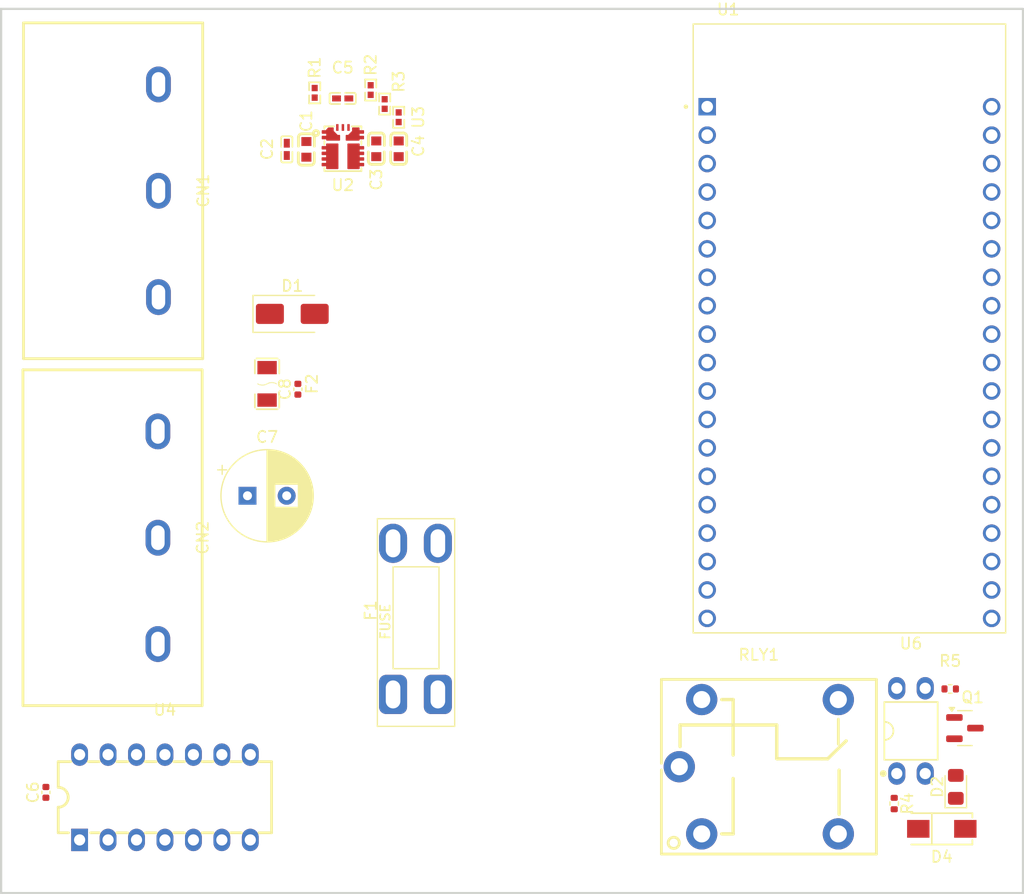
<source format=kicad_pcb>
(kicad_pcb (version 20240108) (generator "pcbnew") (generator_version "8.0")
  (layers (0 "F.Cu" signal) (31 "B.Cu" signal) (34 "B.Paste" user) (35 "F.Paste" user) (36 "B.SilkS" user "B.Silkscreen") (37 "F.SilkS" user "F.Silkscreen") (38 "B.Mask" user) (39 "F.Mask" user) (44 "Edge.Cuts" user))
  (net 0 "")
  (net 22 "GPIO_34")
  (net 35 "+12V")
  (net 36 "GND")
  (net 37 "Net-(C3-Pad1)")
  (net 38 "+5V")
  (net 39 "Net-(U2-FB)")
  (net 40 "Net-(U2-EN)")
  (net 41 "vOut")
  (net 45 "LED_DATA_IN_2")
  (net 46 "LED_DATA_OUT_2")
  (net 47 "LED_DATA_IN_1")
  (net 48 "LED_DATA_OUT_1")
  (net 50 "Net-(CN2-Pad1)")
  (net 51 "Net-(D1-K)")
  (net 52 "Net-(D2-A)")
  (net 53 "Net-(D4-A)")
  (net 54 "Net-(Q1-B)")
  (net 55 "Net-(U6-AN)")
  (net 56 "Net-(U6-EM)")
  (net 58 "LED_PWR")
  (footprint "easyeda2kicad:SMA_L4.3-W2.5-LS5.0-RD" (layer "F.Cu") (at 139 121.76)
    (property "Reference" "D4" (at 0 2.5 0) (layer "F.SilkS"))
    (property "Value" "1N4007")
    (pad "1" smd rect (at -2.1 0 180) (size 2 1.59) (layers "F.Cu" "F.Paste" "F.Mask") (net 38 "+5V"))
    (pad "2" smd rect (at 2.1 0 180) (size 2 1.59) (layers "F.Cu" "F.Paste" "F.Mask") (net 53 "Net-(D4-A)"))
  )
  (footprint "easyeda2kicad:RELAY-TH_SRD-XXVDC-XL-C" (layer "F.Cu") (at 122.66 116.21)
    (property "Reference" "RLY1" (at 0 -10 0) (layer "F.SilkS"))
    (property "Value" "SRD-05VDC-SL-C")
    (pad "1" thru_hole circle (at -5.1 6 180) (size 2.79 2.79) (drill 1.524) (layers "*.Cu" "*.Mask") (net 38 "+5V"))
    (pad "2" thru_hole circle (at 7.1 6 180) (size 2.79 2.79) (drill 1.524) (layers "*.Cu" "*.Mask") (net 53 "Net-(D4-A)"))
    (pad "3" thru_hole circle (at 7.1 -6 180) (size 2.79 2.79) (drill 1.524) (layers "*.Cu" "*.Mask") (net 35 "+12V"))
    (pad "4" thru_hole circle (at -5.1 -6 180) (size 2.79 2.79) (drill 1.524) (layers "*.Cu" "*.Mask"))
    (pad "5" thru_hole circle (at -7.1 0 180) (size 2.79 2.79) (drill 1.524) (layers "*.Cu" "*.Mask") (net 58 "LED_PWR"))
  )
  (footprint "Package_TO_SOT_SMD:SOT-23" (layer "F.Cu") (at 141.0625 112.76)
    (property "Reference" "Q1" (at 0.6875 -2.75 0) (layer "F.SilkS"))
    (property "Value" "SS8050")
    (pad "1" smd roundrect (at -0.9375 -0.95) (size 1.475 0.6) (layers "F.Cu" "F.Paste" "F.Mask") (net 54 "Net-(Q1-B)"))
    (pad "2" smd roundrect (at -0.9375 0.95) (size 1.475 0.6) (layers "F.Cu" "F.Paste" "F.Mask") (net 36 "GND"))
    (pad "3" smd roundrect (at 0.9375 0) (size 1.475 0.6) (layers "F.Cu" "F.Paste" "F.Mask") (net 53 "Net-(D4-A)"))
  )
  (footprint "easyeda2kicad:F1206" (layer "F.Cu") (at 78.75 82 -90)
    (property "Reference" "F2" (at 0 -4 90) (layer "F.SilkS"))
    (property "Value" "500mA")
    (pad "1" smd rect (at -1.45 0 270) (size 1.19 1.73) (layers "F.Cu" "F.Paste" "F.Mask") (net 51 "Net-(D1-K)"))
    (pad "2" smd rect (at 1.45 0 270) (size 1.19 1.73) (layers "F.Cu" "F.Paste" "F.Mask") (net 35 "+12V"))
  )
  (footprint "Resistor_SMD:R_0402_1005Metric" (layer "F.Cu") (at 139.75 109.26 180)
    (property "Reference" "R5" (at 0 2.5 360) (layer "F.SilkS"))
    (property "Value" "1K")
    (pad "1" smd roundrect (at -0.51 0 180) (size 0.54 0.64) (layers "F.Cu" "F.Paste" "F.Mask") (net 54 "Net-(Q1-B)"))
    (pad "2" smd roundrect (at 0.51 0 180) (size 0.54 0.64) (layers "F.Cu" "F.Paste" "F.Mask") (net 56 "Net-(U6-EM)"))
  )
  (footprint "easyeda2kicad:DIP-4_L4.6-W6.5-P2.54-LS7.6-BL" (layer "F.Cu") (at 136.25 113.01)
    (property "Reference" "U6" (at 0 -7.81 0) (layer "F.SilkS"))
    (property "Value" "PC817C_C3025068")
    (pad "1" thru_hole oval (at -1.27 3.81) (size 1.52 2) (drill 0.999998) (layers "*.Cu" "*.Mask") (net 55 "Net-(U6-AN)"))
    (pad "2" thru_hole oval (at 1.27 3.81) (size 1.52 2) (drill 0.999998) (layers "*.Cu" "*.Mask") (net 52 "Net-(D2-A)"))
    (pad "3" thru_hole oval (at 1.27 -3.81) (size 1.52 2) (drill 0.999998) (layers "*.Cu" "*.Mask") (net 56 "Net-(U6-EM)"))
    (pad "4" thru_hole oval (at -1.27 -3.81) (size 1.52 2) (drill 0.999998) (layers "*.Cu" "*.Mask") (net 38 "+5V"))
  )
  (footprint "easyeda2kicad:R0402" (layer "F.Cu") (at 90.5 58.18 -90)
    (property "Reference" "U3" (at 0 -1.75 90) (layer "F.SilkS"))
    (property "Value" "220k")
    (pad "1" smd rect (at -0.43 0 270) (size 0.57 0.54) (layers "F.Cu" "F.Paste" "F.Mask") (net 39 "Net-(U2-FB)"))
    (pad "2" smd rect (at 0.43 0 270) (size 0.57 0.54) (layers "F.Cu" "F.Paste" "F.Mask") (net 37 "Net-(C3-Pad1)"))
  )
  (footprint "easyeda2kicad:PDIP-14_L19.3-W6.4-P2.54-LS7.6-BL" (layer "F.Cu") (at 69.63 118.94)
    (property "Reference" "U4" (at 0 -7.81 0) (layer "F.SilkS"))
    (property "Value" "SN74AHCT125N")
    (pad "1" thru_hole rect (at -7.62 3.81) (size 1.5 2) (drill 0.999998) (layers "*.Cu" "*.Mask") (net 36 "GND"))
    (pad "2" thru_hole oval (at -5.08 3.81) (size 1.5 2) (drill 0.999998) (layers "*.Cu" "*.Mask") (net 47 "LED_DATA_IN_1"))
    (pad "3" thru_hole oval (at -2.54 3.81) (size 1.5 2) (drill 0.999998) (layers "*.Cu" "*.Mask") (net 48 "LED_DATA_OUT_1"))
    (pad "4" thru_hole oval (at 0 3.81) (size 1.5 2) (drill 0.999998) (layers "*.Cu" "*.Mask") (net 36 "GND"))
    (pad "5" thru_hole oval (at 2.54 3.81) (size 1.5 2) (drill 0.999998) (layers "*.Cu" "*.Mask") (net 45 "LED_DATA_IN_2"))
    (pad "6" thru_hole oval (at 5.08 3.81) (size 1.5 2) (drill 0.999998) (layers "*.Cu" "*.Mask") (net 46 "LED_DATA_OUT_2"))
    (pad "7" thru_hole oval (at 7.62 3.81) (size 1.5 2) (drill 0.999998) (layers "*.Cu" "*.Mask") (net 36 "GND"))
    (pad "8" thru_hole oval (at 7.62 -3.81) (size 1.5 2) (drill 0.999998) (layers "*.Cu" "*.Mask"))
    (pad "9" thru_hole oval (at 5.08 -3.81) (size 1.5 2) (drill 0.999998) (layers "*.Cu" "*.Mask") (net 36 "GND"))
    (pad "10" thru_hole oval (at 2.54 -3.81) (size 1.5 2) (drill 0.999998) (layers "*.Cu" "*.Mask") (net 38 "+5V"))
    (pad "11" thru_hole oval (at 0 -3.81) (size 1.5 2) (drill 0.999998) (layers "*.Cu" "*.Mask"))
    (pad "12" thru_hole oval (at -2.54 -3.81) (size 1.5 2) (drill 0.999998) (layers "*.Cu" "*.Mask") (net 36 "GND"))
    (pad "13" thru_hole oval (at -5.08 -3.81) (size 1.5 2) (drill 0.999998) (layers "*.Cu" "*.Mask") (net 38 "+5V"))
    (pad "14" thru_hole oval (at -7.62 -3.81) (size 1.5 2) (drill 0.999998) (layers "*.Cu" "*.Mask") (net 38 "+5V"))
  )
  (footprint "easyeda2kicad:C0603" (layer "F.Cu") (at 82.26 61.05 90)
    (property "Reference" "C1" (at 2.52 -0.01 90) (layer "F.SilkS"))
    (property "Value" "10uF")
    (pad "1" smd rect (at -0.7 0 90) (size 0.8 0.9) (layers "F.Cu" "F.Paste" "F.Mask") (net 36 "GND"))
    (pad "2" smd rect (at 0.7 0 90) (size 0.8 0.9) (layers "F.Cu" "F.Paste" "F.Mask") (net 51 "Net-(D1-K)"))
  )
  (footprint "Custom_footprint:Ebay-Fuse-holder-04mmX15mm-black-auto-fuse-dingus" (layer "F.Cu") (at 90 109.75 90)
    (property "Reference" "F1" (at 7.5 -2 90) (layer "F.SilkS"))
    (property "Value" "30A Medium Fuse Holder")
    (fp_text user "FUSE" (at 4.8 -0.2 90) (layer "F.SilkS") (effects (font (size 0.85 0.85)) (justify left bottom)))
    (pad "1" thru_hole roundrect (at 0 0 90) (size 3.5 2.5) (drill oval 2.5 1.3) (layers "*.Cu" "*.Mask") (net 50 "Net-(CN2-Pad1)"))
    (pad "1" thru_hole roundrect (at 0 4 90) (size 3.5 2.5) (drill oval 2.5 1.3) (layers "*.Cu" "*.Mask") (net 50 "Net-(CN2-Pad1)"))
    (pad "2" thru_hole oval (at 13.5 0 90) (size 3.5 2.5) (drill oval 2.5 1.3) (layers "*.Cu" "*.Mask") (net 35 "+12V"))
    (pad "2" thru_hole oval (at 13.5 4 90) (size 3.5 2.5) (drill oval 2.5 1.3) (layers "*.Cu" "*.Mask") (net 35 "+12V"))
  )
  (footprint "Diode_SMD:D_SMA" (layer "F.Cu") (at 81 75.75)
    (property "Reference" "D1" (at 0 -2.5 0) (layer "F.SilkS"))
    (property "Value" "SSA34")
    (pad "1" smd roundrect (at -2 0) (size 2.5 1.8) (layers "F.Cu" "F.Paste" "F.Mask") (roundrect_rratio 0.1388888889) (net 51 "Net-(D1-K)"))
    (pad "2" smd roundrect (at 2 0) (size 2.5 1.8) (layers "F.Cu" "F.Paste" "F.Mask") (roundrect_rratio 0.1388888889) (net 36 "GND"))
  )
  (footprint "Capacitor_SMD:C_0402_1005Metric" (layer "F.Cu") (at 81.5 82.48 90)
    (property "Reference" "C8" (at 0 -1.16 90) (layer "F.SilkS"))
    (property "Value" "100nF 25v")
    (pad "1" smd roundrect (at -0.48 0 90) (size 0.56 0.62) (layers "F.Cu" "F.Paste" "F.Mask") (net 35 "+12V"))
    (pad "2" smd roundrect (at 0.48 0 90) (size 0.56 0.62) (layers "F.Cu" "F.Paste" "F.Mask") (net 36 "GND"))
  )
  (footprint "easyeda2kicad:MODULE_ESP32-DEVKITC-32D" (layer "F.Cu") (at 130.75 77)
    (property "Reference" "U1" (at -10.829175 -28.446045 0) (layer "F.SilkS") (effects (font (size 1.000386 1.000386))))
    (property "Value" "ESP32-DEVKITC-32D")
    (pad "J2-1" thru_hole rect (at -12.7 -19.76) (size 1.56 1.56) (drill 1.04) (layers "*.Cu" "*.Mask"))
    (pad "J2-2" thru_hole circle (at -12.7 -17.22) (size 1.56 1.56) (drill 1.04) (layers "*.Cu" "*.Mask"))
    (pad "J2-3" thru_hole circle (at -12.7 -14.68) (size 1.56 1.56) (drill 1.04) (layers "*.Cu" "*.Mask"))
    (pad "J2-4" thru_hole circle (at -12.7 -12.14) (size 1.56 1.56) (drill 1.04) (layers "*.Cu" "*.Mask") (net 38 "+5V"))
    (pad "J2-5" thru_hole circle (at -12.7 -9.6) (size 1.56 1.56) (drill 1.04) (layers "*.Cu" "*.Mask") (net 22 "GPIO_34"))
    (pad "J2-6" thru_hole circle (at -12.7 -7.06) (size 1.56 1.56) (drill 1.04) (layers "*.Cu" "*.Mask"))
    (pad "J2-7" thru_hole circle (at -12.7 -4.52) (size 1.56 1.56) (drill 1.04) (layers "*.Cu" "*.Mask"))
    (pad "J2-8" thru_hole circle (at -12.7 -1.98) (size 1.56 1.56) (drill 1.04) (layers "*.Cu" "*.Mask"))
    (pad "J2-9" thru_hole circle (at -12.7 0.56) (size 1.56 1.56) (drill 1.04) (layers "*.Cu" "*.Mask"))
    (pad "J2-10" thru_hole circle (at -12.7 3.1) (size 1.56 1.56) (drill 1.04) (layers "*.Cu" "*.Mask"))
    (pad "J2-11" thru_hole circle (at -12.7 5.64) (size 1.56 1.56) (drill 1.04) (layers "*.Cu" "*.Mask"))
    (pad "J2-12" thru_hole circle (at -12.7 8.18) (size 1.56 1.56) (drill 1.04) (layers "*.Cu" "*.Mask"))
    (pad "J2-13" thru_hole circle (at -12.7 10.72) (size 1.56 1.56) (drill 1.04) (layers "*.Cu" "*.Mask"))
    (pad "J2-14" thru_hole circle (at -12.7 13.26) (size 1.56 1.56) (drill 1.04) (layers "*.Cu" "*.Mask") (net 36 "GND"))
    (pad "J2-15" thru_hole circle (at -12.7 15.8) (size 1.56 1.56) (drill 1.04) (layers "*.Cu" "*.Mask"))
    (pad "J2-16" thru_hole circle (at -12.7 18.34) (size 1.56 1.56) (drill 1.04) (layers "*.Cu" "*.Mask"))
    (pad "J2-17" thru_hole circle (at -12.7 20.88) (size 1.56 1.56) (drill 1.04) (layers "*.Cu" "*.Mask"))
    (pad "J2-18" thru_hole circle (at -12.7 23.42) (size 1.56 1.56) (drill 1.04) (layers "*.Cu" "*.Mask"))
    (pad "J2-19" thru_hole circle (at -12.7 25.96) (size 1.56 1.56) (drill 1.04) (layers "*.Cu" "*.Mask"))
    (pad "J3-1" thru_hole circle (at 12.7 -19.76) (size 1.56 1.56) (drill 1.04) (layers "*.Cu" "*.Mask") (net 36 "GND"))
    (pad "J3-2" thru_hole circle (at 12.7 -17.22) (size 1.56 1.56) (drill 1.04) (layers "*.Cu" "*.Mask"))
    (pad "J3-3" thru_hole circle (at 12.7 -14.68) (size 1.56 1.56) (drill 1.04) (layers "*.Cu" "*.Mask"))
    (pad "J3-4" thru_hole circle (at 12.7 -12.14) (size 1.56 1.56) (drill 1.04) (layers "*.Cu" "*.Mask"))
    (pad "J3-5" thru_hole circle (at 12.7 -9.6) (size 1.56 1.56) (drill 1.04) (layers "*.Cu" "*.Mask"))
    (pad "J3-6" thru_hole circle (at 12.7 -7.06) (size 1.56 1.56) (drill 1.04) (layers "*.Cu" "*.Mask"))
    (pad "J3-7" thru_hole circle (at 12.7 -4.52) (size 1.56 1.56) (drill 1.04) (layers "*.Cu" "*.Mask") (net 36 "GND"))
    (pad "J3-8" thru_hole circle (at 12.7 -1.98) (size 1.56 1.56) (drill 1.04) (layers "*.Cu" "*.Mask"))
    (pad "J3-9" thru_hole circle (at 12.7 0.56) (size 1.56 1.56) (drill 1.04) (layers "*.Cu" "*.Mask"))
    (pad "J3-10" thru_hole circle (at 12.7 3.1) (size 1.56 1.56) (drill 1.04) (layers "*.Cu" "*.Mask"))
    (pad "J3-11" thru_hole circle (at 12.7 5.64) (size 1.56 1.56) (drill 1.04) (layers "*.Cu" "*.Mask"))
    (pad "J3-12" thru_hole circle (at 12.7 8.18) (size 1.56 1.56) (drill 1.04) (layers "*.Cu" "*.Mask"))
    (pad "J3-13" thru_hole circle (at 12.7 10.72) (size 1.56 1.56) (drill 1.04) (layers "*.Cu" "*.Mask"))
    (pad "J3-14" thru_hole circle (at 12.7 13.26) (size 1.56 1.56) (drill 1.04) (layers "*.Cu" "*.Mask"))
    (pad "J3-15" thru_hole circle (at 12.7 15.8) (size 1.56 1.56) (drill 1.04) (layers "*.Cu" "*.Mask"))
    (pad "J3-16" thru_hole circle (at 12.7 18.34) (size 1.56 1.56) (drill 1.04) (layers "*.Cu" "*.Mask"))
    (pad "J3-17" thru_hole circle (at 12.7 20.88) (size 1.56 1.56) (drill 1.04) (layers "*.Cu" "*.Mask"))
    (pad "J3-18" thru_hole circle (at 12.7 23.42) (size 1.56 1.56) (drill 1.04) (layers "*.Cu" "*.Mask"))
    (pad "J3-19" thru_hole circle (at 12.7 25.96) (size 1.56 1.56) (drill 1.04) (layers "*.Cu" "*.Mask"))
  )
  (footprint "easyeda2kicad:R0402" (layer "F.Cu") (at 88 55.75 90)
    (property "Reference" "R2" (at 2.25 0 90) (layer "F.SilkS"))
    (property "Value" "30k")
    (pad "1" smd rect (at -0.43 0 90) (size 0.57 0.54) (layers "F.Cu" "F.Paste" "F.Mask") (net 40 "Net-(U2-EN)"))
    (pad "2" smd rect (at 0.43 0 90) (size 0.57 0.54) (layers "F.Cu" "F.Paste" "F.Mask") (net 36 "GND"))
  )
  (footprint "easyeda2kicad:R0402" (layer "F.Cu") (at 83 56 -90)
    (property "Reference" "R1" (at -2.25 0 90) (layer "F.SilkS"))
    (property "Value" "62k")
    (pad "1" smd rect (at -0.43 0 270) (size 0.57 0.54) (layers "F.Cu" "F.Paste" "F.Mask") (net 51 "Net-(D1-K)"))
    (pad "2" smd rect (at 0.43 0 270) (size 0.57 0.54) (layers "F.Cu" "F.Paste" "F.Mask") (net 40 "Net-(U2-EN)"))
  )
  (footprint "easyeda2kicad:CONN-TH_3P-P9.50_HB9500-9.5-3P" (layer "F.Cu") (at 69.05 64.75 -90)
    (property "Reference" "CN1" (at 0 -4 90) (layer "F.SilkS"))
    (property "Value" "HB9500-3")
    (pad "1" thru_hole oval (at -9.5 0 270) (size 3.2 2.2) (drill oval 2.200148 1.199896) (layers "*.Cu" "*.Mask") (net 36 "GND"))
    (pad "2" thru_hole oval (at 0 0 270) (size 3.2 2.2) (drill oval 2.199894 1.199896) (layers "*.Cu" "*.Mask") (net 36 "GND"))
    (pad "3" thru_hole oval (at 9.5 0 270) (size 3.2 2.2) (drill oval 2.200148 1.199896) (layers "*.Cu" "*.Mask") (net 36 "GND"))
  )
  (footprint "LED_SMD:LED_0805_2012Metric_Pad1.15x1.40mm_HandSolder" (layer "F.Cu") (at 140.25 118.01 90)
    (property "Reference" "D2" (at 0 -1.65 90) (layer "F.SilkS"))
    (property "Value" "RED_LED")
    (pad "1" smd roundrect (at -1.025 0 90) (size 1.15 1.4) (layers "F.Cu" "F.Paste" "F.Mask") (roundrect_rratio 0.217391) (net 22 "GPIO_34"))
    (pad "2" smd roundrect (at 1.025 0 90) (size 1.15 1.4) (layers "F.Cu" "F.Paste" "F.Mask") (roundrect_rratio 0.217391) (net 52 "Net-(D2-A)"))
  )
  (footprint "easyeda2kicad:QFN-7_L4.0-W3.3_TPSM863257RDXR" (layer "F.Cu") (at 85.52 60.385)
    (property "Reference" "U2" (at 0 3.865 0) (layer "F.SilkS"))
    (property "Value" "TPSM863257RDXR")
    (pad "1" smd custom (at -0.97 -0.7) (size 0.01 0.01) (layers "F.Cu" "F.Paste" "F.Mask") (net 51 "Net-(D1-K)") (options (clearance outline) (anchor circle)) (primitives (gr_poly (pts (xy 0.1 -0.26) (xy 0.1 -0.54) (xy -0.32 -0.54) (xy -0.47 -0.39) (xy -0.47 -0.3) (xy -0.87 -0.3) (xy -0.87 -0.08) (xy -0.68 -0.08) (xy -0.47 -0.08) (xy -0.47 0.2) (xy -0.68 0.2) (xy -0.87 0.2) (xy -0.87 0.42) (xy -0.68 0.42) (xy -0.47 0.42) (xy -0.47 0.54) (xy 0.67 0.54) (xy 0.67 0.12) (xy 0.48 0.12) (xy 0.1 -0.26)) (width 0.1) (fill yes))))
    (pad "2" smd custom (at -1.05 1.29) (size 0.01 0.01) (layers "F.Cu" "F.Paste" "F.Mask") (options (clearance outline) (anchor circle)) (primitives (gr_poly (pts (xy 0.6 1.09) (xy 0.6 -1.1) (xy -0.4 -1.1) (xy -0.4 -0.87) (xy -0.8 -0.87) (xy -0.8 -0.66) (xy -0.4 -0.66) (xy -0.4 -0.37) (xy -0.8 -0.37) (xy -0.8 -0.16) (xy -0.4 -0.16) (xy -0.4 0.13) (xy -0.8 0.13) (xy -0.8 0.34) (xy -0.4 0.34) (xy -0.4 0.63) (xy -0.8 0.63) (xy -0.8 0.84) (xy -0.4 0.84) (xy -0.4 1.09) (xy 0.6 1.09)) (width 0.1) (fill yes))))
    (pad "3" smd custom (at 1.05 1.29) (size 0.01 0.01) (layers "F.Cu" "F.Paste" "F.Mask") (net 41 "vOut") (options (clearance outline) (anchor circle)) (primitives (gr_poly (pts (xy 0.4 -0.87) (xy 0.4 -1.1) (xy -0.6 -1.1) (xy -0.6 1.09) (xy 0.4 1.09) (xy 0.4 0.84) (xy 0.8 0.84) (xy 0.8 0.63) (xy 0.4 0.63) (xy 0.4 0.34) (xy 0.8 0.34) (xy 0.8 0.13) (xy 0.4 0.13) (xy 0.4 -0.16) (xy 0.8 -0.16) (xy 0.8 -0.37) (xy 0.4 -0.37) (xy 0.4 -0.66) (xy 0.8 -0.66) (xy 0.8 -0.87) (xy 0.4 -0.87)) (width 0.1) (fill yes))))
    (pad "4" smd custom (at 0.98 -0.7) (size 0.01 0.01) (layers "F.Cu" "F.Paste" "F.Mask") (net 36 "GND") (options (clearance outline) (anchor circle)) (primitives (gr_poly (pts (xy -0.11 -0.54) (xy -0.11 -0.26) (xy -0.49 0.12) (xy -0.68 0.12) (xy -0.68 0.54) (xy 0.46 0.54) (xy 0.46 0.42) (xy 0.86 0.42) (xy 0.86 0.2) (xy 0.46 0.2) (xy 0.46 -0.08) (xy 0.86 -0.08) (xy 0.86 -0.3) (xy 0.46 -0.3) (xy 0.46 -0.54) (xy -0.11 -0.54)) (width 0.1) (fill yes))))
    (pad "5" smd rect (at 0.5 -1.29) (size 0.22 0.6) (layers "F.Cu" "F.Paste" "F.Mask"))
    (pad "6" smd rect (at 0 -1.29) (size 0.22 0.6) (layers "F.Cu" "F.Paste" "F.Mask") (net 40 "Net-(U2-EN)"))
    (pad "7" smd rect (at -0.5 -1.29) (size 0.22 0.6) (layers "F.Cu" "F.Paste" "F.Mask") (net 39 "Net-(U2-FB)"))
  )
  (footprint "easyeda2kicad:C0603" (layer "F.Cu") (at 90.5 61 -90)
    (property "Reference" "C4" (at -0.25 -1.75 90) (layer "F.SilkS"))
    (property "Value" "22uF")
    (pad "1" smd rect (at -0.7 0 270) (size 0.8 0.9) (layers "F.Cu" "F.Paste" "F.Mask") (net 37 "Net-(C3-Pad1)"))
    (pad "2" smd rect (at 0.7 0 270) (size 0.8 0.9) (layers "F.Cu" "F.Paste" "F.Mask") (net 38 "+5V"))
  )
  (footprint "easyeda2kicad:C0402" (layer "F.Cu") (at 80.51 61.05 -90)
    (property "Reference" "C2" (at -0.02 1.76 90) (layer "F.SilkS"))
    (property "Value" "100nF")
    (pad "1" smd rect (at -0.55 0 270) (size 0.79 0.54) (layers "F.Cu" "F.Paste" "F.Mask") (net 51 "Net-(D1-K)"))
    (pad "2" smd rect (at 0.55 0 270) (size 0.79 0.54) (layers "F.Cu" "F.Paste" "F.Mask") (net 36 "GND"))
  )
  (footprint "Capacitor_THT:CP_Radial_D8.0mm_P3.50mm" (layer "F.Cu") (at 77 92)
    (property "Reference" "C7" (at 1.75 -5.25 0) (layer "F.SilkS"))
    (property "Value" "470uF 25v")
    (pad "1" thru_hole rect (at 0 0) (size 1.6 1.6) (drill 0.8) (layers "*.Cu" "*.Mask") (net 35 "+12V"))
    (pad "2" thru_hole circle (at 3.5 0) (size 1.6 1.6) (drill 0.8) (layers "*.Cu" "*.Mask") (net 36 "GND"))
  )
  (footprint "Capacitor_SMD:C_0402_1005Metric" (layer "F.Cu") (at 59 118.5 90)
    (property "Reference" "C6" (at 0 -1.16 90) (layer "F.SilkS"))
    (property "Value" "100nF")
    (pad "1" smd roundrect (at -0.48 0 90) (size 0.56 0.62) (layers "F.Cu" "F.Paste" "F.Mask") (net 36 "GND"))
    (pad "2" smd roundrect (at 0.48 0 90) (size 0.56 0.62) (layers "F.Cu" "F.Paste" "F.Mask") (net 38 "+5V"))
  )
  (footprint "easyeda2kicad:C0603" (layer "F.Cu") (at 88.5 61 -90)
    (property "Reference" "C3" (at 2.75 0 90) (layer "F.SilkS"))
    (property "Value" "22uF")
    (pad "1" smd rect (at -0.7 0 270) (size 0.8 0.9) (layers "F.Cu" "F.Paste" "F.Mask") (net 37 "Net-(C3-Pad1)"))
    (pad "2" smd rect (at 0.7 0 270) (size 0.8 0.9) (layers "F.Cu" "F.Paste" "F.Mask") (net 38 "+5V"))
  )
  (footprint "easyeda2kicad:C0402" (layer "F.Cu") (at 85.5 56.5 180)
    (property "Reference" "C5" (at 0 2.75 0) (layer "F.SilkS"))
    (property "Value" "10pF")
    (pad "1" smd rect (at -0.55 0 180) (size 0.79 0.54) (layers "F.Cu" "F.Paste" "F.Mask") (net 37 "Net-(C3-Pad1)"))
    (pad "2" smd rect (at 0.55 0 180) (size 0.79 0.54) (layers "F.Cu" "F.Paste" "F.Mask") (net 39 "Net-(U2-FB)"))
  )
  (footprint "easyeda2kicad:R0402" (layer "F.Cu") (at 89.25 57 90)
    (property "Reference" "R3" (at 2 1.25 90) (layer "F.SilkS"))
    (property "Value" "30k")
    (pad "1" smd rect (at -0.43 0 90) (size 0.57 0.54) (layers "F.Cu" "F.Paste" "F.Mask") (net 39 "Net-(U2-FB)"))
    (pad "2" smd rect (at 0.43 0 90) (size 0.57 0.54) (layers "F.Cu" "F.Paste" "F.Mask") (net 36 "GND"))
  )
  (footprint "Resistor_SMD:R_0402_1005Metric" (layer "F.Cu") (at 134.75 119.5 -90)
    (property "Reference" "R4" (at 0 -1.17 90) (layer "F.SilkS"))
    (property "Value" "1K")
    (pad "1" smd roundrect (at -0.51 0 270) (size 0.54 0.64) (layers "F.Cu" "F.Paste" "F.Mask") (net 55 "Net-(U6-AN)"))
    (pad "2" smd roundrect (at 0.51 0 270) (size 0.54 0.64) (layers "F.Cu" "F.Paste" "F.Mask") (net 38 "+5V"))
  )
  (footprint "easyeda2kicad:CONN-TH_3P-P9.50_HB9500-9.5-3P" (layer "F.Cu") (at 69 95.75 -90)
    (property "Reference" "CN2" (at 0 -4 90) (layer "F.SilkS"))
    (property "Value" "HB9500-3")
    (pad "1" thru_hole oval (at -9.5 0 270) (size 3.2 2.2) (drill oval 2.200148 1.199896) (layers "*.Cu" "*.Mask") (net 50 "Net-(CN2-Pad1)"))
    (pad "2" thru_hole oval (at 0 0 270) (size 3.2 2.2) (drill oval 2.199894 1.199896) (layers "*.Cu" "*.Mask") (net 50 "Net-(CN2-Pad1)"))
    (pad "3" thru_hole oval (at 9.5 0 270) (size 3.2 2.2) (drill oval 2.200148 1.199896) (layers "*.Cu" "*.Mask") (net 50 "Net-(CN2-Pad1)"))
  )
  (gr_rect (start 55 48.5) (end 146.25 127.5) (stroke (width 0.2)) (fill none) (layer "Edge.Cuts"))
)
</source>
